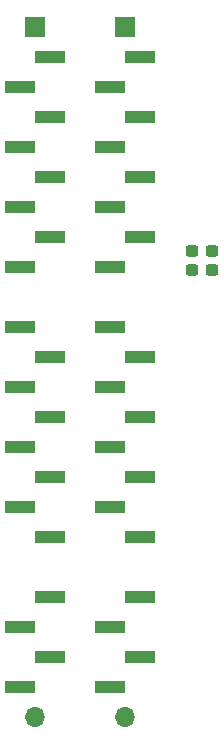
<source format=gbr>
G04 #@! TF.GenerationSoftware,KiCad,Pcbnew,9.0.6-9.0.6~ubuntu25.10.1*
G04 #@! TF.CreationDate,2025-11-17T16:53:44+09:00*
G04 #@! TF.ProjectId,bionic-z180fsc,62696f6e-6963-42d7-9a31-38306673632e,2*
G04 #@! TF.SameCoordinates,Original*
G04 #@! TF.FileFunction,Soldermask,Bot*
G04 #@! TF.FilePolarity,Negative*
%FSLAX46Y46*%
G04 Gerber Fmt 4.6, Leading zero omitted, Abs format (unit mm)*
G04 Created by KiCad (PCBNEW 9.0.6-9.0.6~ubuntu25.10.1) date 2025-11-17 16:53:44*
%MOMM*%
%LPD*%
G01*
G04 APERTURE LIST*
G04 Aperture macros list*
%AMRoundRect*
0 Rectangle with rounded corners*
0 $1 Rounding radius*
0 $2 $3 $4 $5 $6 $7 $8 $9 X,Y pos of 4 corners*
0 Add a 4 corners polygon primitive as box body*
4,1,4,$2,$3,$4,$5,$6,$7,$8,$9,$2,$3,0*
0 Add four circle primitives for the rounded corners*
1,1,$1+$1,$2,$3*
1,1,$1+$1,$4,$5*
1,1,$1+$1,$6,$7*
1,1,$1+$1,$8,$9*
0 Add four rect primitives between the rounded corners*
20,1,$1+$1,$2,$3,$4,$5,0*
20,1,$1+$1,$4,$5,$6,$7,0*
20,1,$1+$1,$6,$7,$8,$9,0*
20,1,$1+$1,$8,$9,$2,$3,0*%
G04 Aperture macros list end*
%ADD10O,1.700000X1.700000*%
%ADD11R,2.510000X1.000000*%
%ADD12R,1.700000X1.700000*%
%ADD13RoundRect,0.237500X0.300000X0.237500X-0.300000X0.237500X-0.300000X-0.237500X0.300000X-0.237500X0*%
G04 APERTURE END LIST*
D10*
X117510000Y-133500000D03*
D11*
X116265400Y-130960000D03*
X118754600Y-128420000D03*
X116265400Y-125880000D03*
X118754600Y-123340000D03*
X118754600Y-118260000D03*
X116265400Y-115720000D03*
X118754600Y-113180000D03*
X116265400Y-110640000D03*
X118754600Y-108100000D03*
X116265400Y-105560000D03*
X118754600Y-103020000D03*
X116265400Y-100480000D03*
X116265400Y-95400000D03*
X118754600Y-92860000D03*
X116265400Y-90320000D03*
X118754600Y-87780000D03*
X116265400Y-85240000D03*
X118754600Y-82700000D03*
X116265400Y-80160000D03*
X118754600Y-77620000D03*
D12*
X117510000Y-75080000D03*
X109890000Y-75080000D03*
D11*
X111134600Y-77620000D03*
X108645400Y-80160000D03*
X111134600Y-82700000D03*
X108645400Y-85240000D03*
X111134600Y-87780000D03*
X108645400Y-90320000D03*
X111134600Y-92860000D03*
X108645400Y-95400000D03*
X108645400Y-100480000D03*
X111134600Y-103020000D03*
X108645400Y-105560000D03*
X111134600Y-108100000D03*
X108645400Y-110640000D03*
X111134600Y-113180000D03*
X108645400Y-115720000D03*
X111134600Y-118260000D03*
X111134600Y-123340000D03*
X108645400Y-125880000D03*
X111134600Y-128420000D03*
X108645400Y-130960000D03*
D10*
X109890000Y-133500000D03*
D13*
X124923500Y-94028400D03*
X123198500Y-94028400D03*
X124924600Y-95628600D03*
X123199600Y-95628600D03*
M02*

</source>
